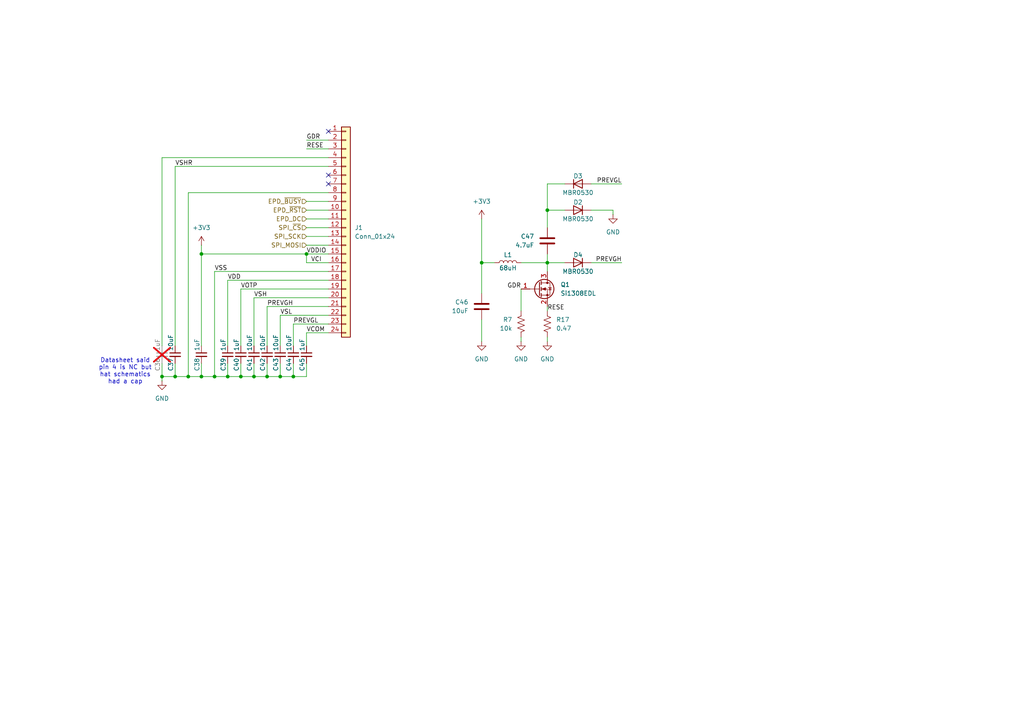
<source format=kicad_sch>
(kicad_sch (version 20231120) (generator "eeschema") (generator_version "8.0")
  (paper "A4")
  (title_block (title "E-Paper") (date "2024-11-21") (rev "2"))
  (lib_symbols
    (symbol "Connector_Generic:Conn_01x24" (pin_names (offset 1.016) hide)
      (property "Reference" "J" (at 0 30.48 0))
      (property "Value" "Conn_01x24" (at 0 -33.02 0))
      (symbol "Conn_01x24_1_1"
        (rectangle (start -1.27 -30.353) (end 0 -30.607) (stroke (width 0.1524)))
        (rectangle (start -1.27 -27.813) (end 0 -28.067) (stroke (width 0.1524)))
        (rectangle (start -1.27 -25.273) (end 0 -25.527) (stroke (width 0.1524)))
        (rectangle (start -1.27 -22.733) (end 0 -22.987) (stroke (width 0.1524)))
        (rectangle (start -1.27 -20.193) (end 0 -20.447) (stroke (width 0.1524)))
        (rectangle (start -1.27 -17.653) (end 0 -17.907) (stroke (width 0.1524)))
        (rectangle (start -1.27 -15.113) (end 0 -15.367) (stroke (width 0.1524)))
        (rectangle (start -1.27 -12.573) (end 0 -12.827) (stroke (width 0.1524)))
        (rectangle (start -1.27 -10.033) (end 0 -10.287) (stroke (width 0.1524)))
        (rectangle (start -1.27 -7.493) (end 0 -7.747) (stroke (width 0.1524)))
        (rectangle (start -1.27 -4.953) (end 0 -5.207) (stroke (width 0.1524)))
        (rectangle (start -1.27 -2.413) (end 0 -2.667) (stroke (width 0.1524)))
        (rectangle (start -1.27 0.127) (end 0 -0.127) (stroke (width 0.1524)))
        (rectangle (start -1.27 2.667) (end 0 2.413) (stroke (width 0.1524)))
        (rectangle (start -1.27 5.207) (end 0 4.953) (stroke (width 0.1524)))
        (rectangle (start -1.27 7.747) (end 0 7.493) (stroke (width 0.1524)))
        (rectangle (start -1.27 10.287) (end 0 10.033) (stroke (width 0.1524)))
        (rectangle (start -1.27 12.827) (end 0 12.573) (stroke (width 0.1524)))
        (rectangle (start -1.27 15.367) (end 0 15.113) (stroke (width 0.1524)))
        (rectangle (start -1.27 17.907) (end 0 17.653) (stroke (width 0.1524)))
        (rectangle (start -1.27 20.447) (end 0 20.193) (stroke (width 0.1524)))
        (rectangle (start -1.27 22.987) (end 0 22.733) (stroke (width 0.1524)))
        (rectangle (start -1.27 25.527) (end 0 25.273) (stroke (width 0.1524)))
        (rectangle (start -1.27 28.067) (end 0 27.813) (stroke (width 0.1524)))
        (rectangle (start -1.27 29.21) (end 1.27 -31.75) (stroke (width 0.254)) (fill (type background)))
        (pin passive line (at -5.08 27.94 0) (length 3.81) (name "Pin_1") (number "1"))
        (pin passive line (at -5.08 5.08 0) (length 3.81) (name "Pin_10") (number "10"))
        (pin passive line (at -5.08 2.54 0) (length 3.81) (name "Pin_11") (number "11"))
        (pin passive line (at -5.08 0 0) (length 3.81) (name "Pin_12") (number "12"))
        (pin passive line (at -5.08 -2.54 0) (length 3.81) (name "Pin_13") (number "13"))
        (pin passive line (at -5.08 -5.08 0) (length 3.81) (name "Pin_14") (number "14"))
        (pin passive line (at -5.08 -7.62 0) (length 3.81) (name "Pin_15") (number "15"))
        (pin passive line (at -5.08 -10.16 0) (length 3.81) (name "Pin_16") (number "16"))
        (pin passive line (at -5.08 -12.7 0) (length 3.81) (name "Pin_17") (number "17"))
        (pin passive line (at -5.08 -15.24 0) (length 3.81) (name "Pin_18") (number "18"))
        (pin passive line (at -5.08 -17.78 0) (length 3.81) (name "Pin_19") (number "19"))
        (pin passive line (at -5.08 25.4 0) (length 3.81) (name "Pin_2") (number "2"))
        (pin passive line (at -5.08 -20.32 0) (length 3.81) (name "Pin_20") (number "20"))
        (pin passive line (at -5.08 -22.86 0) (length 3.81) (name "Pin_21") (number "21"))
        (pin passive line (at -5.08 -25.4 0) (length 3.81) (name "Pin_22") (number "22"))
        (pin passive line (at -5.08 -27.94 0) (length 3.81) (name "Pin_23") (number "23"))
        (pin passive line (at -5.08 -30.48 0) (length 3.81) (name "Pin_24") (number "24"))
        (pin passive line (at -5.08 22.86 0) (length 3.81) (name "Pin_3") (number "3"))
        (pin passive line (at -5.08 20.32 0) (length 3.81) (name "Pin_4") (number "4"))
        (pin passive line (at -5.08 17.78 0) (length 3.81) (name "Pin_5") (number "5"))
        (pin passive line (at -5.08 15.24 0) (length 3.81) (name "Pin_6") (number "6"))
        (pin passive line (at -5.08 12.7 0) (length 3.81) (name "Pin_7") (number "7"))
        (pin passive line (at -5.08 10.16 0) (length 3.81) (name "Pin_8") (number "8"))
        (pin passive line (at -5.08 7.62 0) (length 3.81) (name "Pin_9") (number "9"))
      )
    )
    (symbol "Device:C" (pin_numbers hide) (pin_names (offset 0.254))
      (property "Reference" "C" (at 0.635 2.54 0))
      (property "Value" "C" (at 0.635 -2.54 0))
      (symbol "C_0_1"
        (polyline (pts (xy -2.032 -0.762) (xy 2.032 -0.762)) (stroke (width 0.508)))
        (polyline (pts (xy -2.032 0.762) (xy 2.032 0.762)) (stroke (width 0.508)))
      )
      (symbol "C_1_1"
        (pin passive line (at 0 3.81 270) (length 2.794) (name "~") (number "1"))
        (pin passive line (at 0 -3.81 90) (length 2.794) (name "~") (number "2"))
      )
    )
    (symbol "Device:C_Small" (pin_numbers hide) (pin_names (offset 0.254) hide)
      (property "Reference" "C" (at 0.254 1.778 0))
      (property "Value" "C_Small" (at 0.254 -2.032 0))
      (symbol "C_Small_0_1"
        (polyline (pts (xy -1.524 -0.508) (xy 1.524 -0.508)) (stroke (width 0.3302)))
        (polyline (pts (xy -1.524 0.508) (xy 1.524 0.508)) (stroke (width 0.3048)))
      )
      (symbol "C_Small_1_1"
        (pin passive line (at 0 2.54 270) (length 2.032) (name "~") (number "1"))
        (pin passive line (at 0 -2.54 90) (length 2.032) (name "~") (number "2"))
      )
    )
    (symbol "Device:D" (pin_numbers hide) (pin_names (offset 1.016) hide)
      (property "Reference" "D" (at 0 2.54 0))
      (property "Value" "D" (at 0 -2.54 0))
      (symbol "D_0_1"
        (polyline (pts (xy -1.27 1.27) (xy -1.27 -1.27)) (stroke (width 0.254)))
        (polyline (pts (xy 1.27 0) (xy -1.27 0)))
        (polyline (pts (xy 1.27 1.27) (xy 1.27 -1.27) (xy -1.27 0) (xy 1.27 1.27)) (stroke (width 0.254)))
      )
      (symbol "D_1_1"
        (pin passive line (at -3.81 0 0) (length 2.54) (name "K") (number "1"))
        (pin passive line (at 3.81 0 180) (length 2.54) (name "A") (number "2"))
      )
    )
    (symbol "Device:L" (pin_numbers hide) (pin_names (offset 1.016) hide)
      (property "Reference" "L" (at -1.27 0 90))
      (property "Value" "L" (at 1.905 0 90))
      (symbol "L_0_1"
        (arc (start 0 -2.54) (mid 0.6323 -1.905) (end 0 -1.27))
        (arc (start 0 -1.27) (mid 0.6323 -0.635) (end 0 0))
        (arc (start 0 0) (mid 0.6323 0.635) (end 0 1.27))
        (arc (start 0 1.27) (mid 0.6323 1.905) (end 0 2.54))
      )
      (symbol "L_1_1"
        (pin passive line (at 0 3.81 270) (length 1.27) (name "1") (number "1"))
        (pin passive line (at 0 -3.81 90) (length 1.27) (name "2") (number "2"))
      )
    )
    (symbol "Device:R_US" (pin_numbers hide) (pin_names (offset 0))
      (property "Reference" "R" (at 2.54 0 90))
      (property "Value" "R_US" (at -2.54 0 90))
      (symbol "R_US_0_1"
        (polyline (pts (xy 0 -2.286) (xy 0 -2.54)))
        (polyline (pts (xy 0 2.286) (xy 0 2.54)))
        (polyline (pts (xy 0 -0.762) (xy 1.016 -1.143) (xy 0 -1.524) (xy -1.016 -1.905) (xy 0 -2.286)))
        (polyline (pts (xy 0 0.762) (xy 1.016 0.381) (xy 0 0) (xy -1.016 -0.381) (xy 0 -0.762)))
        (polyline (pts (xy 0 2.286) (xy 1.016 1.905) (xy 0 1.524) (xy -1.016 1.143) (xy 0 0.762)))
      )
      (symbol "R_US_1_1"
        (pin passive line (at 0 3.81 270) (length 1.27) (name "~") (number "1"))
        (pin passive line (at 0 -3.81 90) (length 1.27) (name "~") (number "2"))
      )
    )
    (symbol "Transistor_FET:Si1308EDL" (pin_names hide)
      (property "Reference" "Q" (at 5.08 1.905 0))
      (property "Value" "Si1308EDL" (at 5.08 0 0))
      (symbol "Si1308EDL_0_1"
        (polyline (pts (xy 0.254 0) (xy -2.54 0)))
        (polyline (pts (xy 0.254 1.905) (xy 0.254 -1.905)) (stroke (width 0.254)))
        (polyline (pts (xy 0.762 -1.27) (xy 0.762 -2.286)) (stroke (width 0.254)))
        (polyline (pts (xy 0.762 0.508) (xy 0.762 -0.508)) (stroke (width 0.254)))
        (polyline (pts (xy 0.762 2.286) (xy 0.762 1.27)) (stroke (width 0.254)))
        (polyline (pts (xy 2.54 2.54) (xy 2.54 1.778)))
        (polyline (pts (xy 2.54 -2.54) (xy 2.54 0) (xy 0.762 0)))
        (polyline (pts (xy 0.762 -1.778) (xy 3.302 -1.778) (xy 3.302 1.778) (xy 0.762 1.778)))
        (polyline (pts (xy 1.016 0) (xy 2.032 0.381) (xy 2.032 -0.381) (xy 1.016 0)) (fill (type outline)))
        (polyline (pts (xy 2.794 0.508) (xy 2.921 0.381) (xy 3.683 0.381) (xy 3.81 0.254)))
        (polyline (pts (xy 3.302 0.381) (xy 2.921 -0.254) (xy 3.683 -0.254) (xy 3.302 0.381)))
        (circle (center 1.651 0) (radius 2.794) (stroke (width 0.254)))
        (circle (center 2.54 -1.778) (radius 0.254) (fill (type outline)))
        (circle (center 2.54 1.778) (radius 0.254) (fill (type outline)))
      )
      (symbol "Si1308EDL_1_1"
        (pin input line (at -5.08 0 0) (length 2.54) (name "G") (number "1"))
        (pin passive line (at 2.54 -5.08 90) (length 2.54) (name "S") (number "2"))
        (pin passive line (at 2.54 5.08 270) (length 2.54) (name "D") (number "3"))
      )
    )
    (symbol "power:+3V3" (power) (pin_numbers hide) (pin_names (offset 0) hide)
      (property "Value" "+3V3" (at 0 3.556 0))
      (symbol "+3V3_0_1"
        (polyline (pts (xy -0.762 1.27) (xy 0 2.54)))
        (polyline (pts (xy 0 0) (xy 0 2.54)))
        (polyline (pts (xy 0 2.54) (xy 0.762 1.27)))
      )
      (symbol "+3V3_1_1"
        (pin power_in line (at 0 0 90) (length 0) (name "~") (number "1"))
      )
    )
    (symbol "power:GND" (power) (pin_numbers hide) (pin_names (offset 0) hide)
      (property "Value" "GND" (at 0 -3.81 0))
      (symbol "GND_0_1"
        (polyline (pts (xy 0 0) (xy 0 -1.27) (xy 1.27 -1.27) (xy 0 -2.54) (xy -1.27 -1.27) (xy 0 -1.27)))
      )
      (symbol "GND_1_1"
        (pin power_in line (at 0 0 270) (length 0) (name "~") (number "1"))
      )
    )
  )
  (junction (at 139.7 76.2))
  (junction (at 58.42 73.66))
  (junction (at 85.09 109.22))
  (junction (at 158.75 76.2))
  (junction (at 50.8 109.22))
  (junction (at 54.61 109.22))
  (junction (at 58.42 109.22))
  (junction (at 88.9 73.66))
  (junction (at 62.23 109.22))
  (junction (at 69.85 109.22))
  (junction (at 81.28 109.22))
  (junction (at 46.99 109.22))
  (junction (at 158.75 60.96))
  (junction (at 73.66 109.22))
  (junction (at 77.47 109.22))
  (junction (at 66.04 109.22))
  (no_connect (at 95.25 53.34))
  (no_connect (at 95.25 38.1))
  (no_connect (at 95.25 50.8))
  (wire (pts (xy 73.66 86.36) (xy 95.25 86.36)))
  (wire (pts (xy 158.75 76.2) (xy 163.83 76.2)))
  (wire (pts (xy 158.75 76.2) (xy 158.75 78.74)))
  (wire (pts (xy 95.25 48.26) (xy 50.8 48.26)))
  (wire (pts (xy 88.9 43.18) (xy 95.25 43.18)))
  (wire (pts (xy 88.9 60.96) (xy 95.25 60.96)))
  (wire (pts (xy 88.9 58.42) (xy 95.25 58.42)))
  (wire (pts (xy 81.28 105.41) (xy 81.28 109.22)))
  (wire (pts (xy 85.09 105.41) (xy 85.09 109.22)))
  (wire (pts (xy 69.85 105.41) (xy 69.85 109.22)))
  (wire (pts (xy 66.04 81.28) (xy 95.25 81.28)))
  (wire (pts (xy 62.23 78.74) (xy 62.23 109.22)))
  (wire (pts (xy 54.61 109.22) (xy 58.42 109.22)))
  (wire (pts (xy 151.13 97.79) (xy 151.13 99.06)))
  (wire (pts (xy 163.83 60.96) (xy 158.75 60.96)))
  (wire (pts (xy 151.13 76.2) (xy 158.75 76.2)))
  (wire (pts (xy 73.66 100.33) (xy 73.66 86.36)))
  (wire (pts (xy 77.47 88.9) (xy 95.25 88.9)))
  (wire (pts (xy 69.85 83.82) (xy 69.85 100.33)))
  (wire (pts (xy 158.75 73.66) (xy 158.75 76.2)))
  (wire (pts (xy 46.99 100.33) (xy 46.99 45.72)))
  (wire (pts (xy 58.42 71.12) (xy 58.42 73.66)))
  (wire (pts (xy 139.7 63.5) (xy 139.7 76.2)))
  (wire (pts (xy 46.99 109.22) (xy 50.8 109.22)))
  (wire (pts (xy 46.99 105.41) (xy 46.99 109.22)))
  (wire (pts (xy 73.66 109.22) (xy 77.47 109.22)))
  (wire (pts (xy 81.28 109.22) (xy 85.09 109.22)))
  (wire (pts (xy 88.9 71.12) (xy 95.25 71.12)))
  (wire (pts (xy 50.8 48.26) (xy 50.8 100.33)))
  (wire (pts (xy 81.28 91.44) (xy 95.25 91.44)))
  (wire (pts (xy 88.9 40.64) (xy 95.25 40.64)))
  (wire (pts (xy 88.9 68.58) (xy 95.25 68.58)))
  (wire (pts (xy 77.47 88.9) (xy 77.47 100.33)))
  (wire (pts (xy 88.9 76.2) (xy 88.9 73.66)))
  (wire (pts (xy 85.09 93.98) (xy 95.25 93.98)))
  (wire (pts (xy 50.8 109.22) (xy 54.61 109.22)))
  (wire (pts (xy 66.04 105.41) (xy 66.04 109.22)))
  (wire (pts (xy 66.04 109.22) (xy 69.85 109.22)))
  (wire (pts (xy 81.28 91.44) (xy 81.28 100.33)))
  (wire (pts (xy 54.61 55.88) (xy 95.25 55.88)))
  (wire (pts (xy 88.9 73.66) (xy 95.25 73.66)))
  (wire (pts (xy 139.7 92.71) (xy 139.7 99.06)))
  (wire (pts (xy 158.75 53.34) (xy 158.75 60.96)))
  (wire (pts (xy 77.47 109.22) (xy 81.28 109.22)))
  (wire (pts (xy 77.47 105.41) (xy 77.47 109.22)))
  (wire (pts (xy 73.66 105.41) (xy 73.66 109.22)))
  (wire (pts (xy 85.09 93.98) (xy 85.09 100.33)))
  (wire (pts (xy 158.75 60.96) (xy 158.75 66.04)))
  (wire (pts (xy 139.7 76.2) (xy 139.7 85.09)))
  (wire (pts (xy 69.85 83.82) (xy 95.25 83.82)))
  (wire (pts (xy 58.42 73.66) (xy 58.42 100.33)))
  (wire (pts (xy 158.75 53.34) (xy 163.83 53.34)))
  (wire (pts (xy 177.8 60.96) (xy 177.8 62.23)))
  (wire (pts (xy 62.23 78.74) (xy 95.25 78.74)))
  (wire (pts (xy 151.13 83.82) (xy 151.13 90.17)))
  (wire (pts (xy 88.9 63.5) (xy 95.25 63.5)))
  (wire (pts (xy 50.8 105.41) (xy 50.8 109.22)))
  (wire (pts (xy 158.75 97.79) (xy 158.75 99.06)))
  (wire (pts (xy 66.04 100.33) (xy 66.04 81.28)))
  (wire (pts (xy 62.23 109.22) (xy 66.04 109.22)))
  (wire (pts (xy 171.45 53.34) (xy 180.34 53.34)))
  (wire (pts (xy 54.61 55.88) (xy 54.61 109.22)))
  (wire (pts (xy 139.7 76.2) (xy 143.51 76.2)))
  (wire (pts (xy 171.45 76.2) (xy 180.34 76.2)))
  (wire (pts (xy 69.85 109.22) (xy 73.66 109.22)))
  (wire (pts (xy 58.42 73.66) (xy 88.9 73.66)))
  (wire (pts (xy 85.09 109.22) (xy 88.9 109.22)))
  (wire (pts (xy 158.75 88.9) (xy 158.75 90.17)))
  (wire (pts (xy 46.99 45.72) (xy 95.25 45.72)))
  (wire (pts (xy 88.9 105.41) (xy 88.9 109.22)))
  (wire (pts (xy 58.42 109.22) (xy 62.23 109.22)))
  (wire (pts (xy 88.9 66.04) (xy 95.25 66.04)))
  (wire (pts (xy 171.45 60.96) (xy 177.8 60.96)))
  (wire (pts (xy 88.9 96.52) (xy 88.9 100.33)))
  (wire (pts (xy 58.42 105.41) (xy 58.42 109.22)))
  (wire (pts (xy 95.25 76.2) (xy 88.9 76.2)))
  (wire (pts (xy 46.99 109.22) (xy 46.99 110.49)))
  (wire (pts (xy 88.9 96.52) (xy 95.25 96.52)))
  (text "Datasheet said\npin 4 is NC but\nhat schematics\nhad a cap" (at 36.322 107.696 0) (effects (font (size 1.27 1.27))))
  (label "VSS" (at 62.23 78.74 0))
  (label "PREVGH" (at 77.47 88.9 0))
  (label "PREVGL" (at 85.09 93.98 0))
  (label "VDDIO" (at 88.9 73.66 0))
  (label "VSH" (at 73.66 86.36 0))
  (label "VDD" (at 66.04 81.28 0))
  (label "PREVGH" (at 180.34 76.2 180))
  (label "VSL" (at 81.28 91.44 0))
  (label "RESE" (at 88.9 43.18 0))
  (label "VCI" (at 90.17 76.2 0))
  (label "GDR" (at 151.13 83.82 180))
  (label "RESE" (at 158.75 90.17 0))
  (label "VOTP" (at 69.85 83.82 0))
  (label "GDR" (at 88.9 40.64 0))
  (label "VSHR" (at 50.8 48.26 0))
  (label "VCOM" (at 88.9 96.52 0))
  (label "PREVGL" (at 180.34 53.34 180))
  (hierarchical_label "SPI_SCK" (shape input) (at 88.9 68.58 180))
  (hierarchical_label "SPI_~{CS}" (shape input) (at 88.9 66.04 180))
  (hierarchical_label "EPD_DC" (shape input) (at 88.9 63.5 180))
  (hierarchical_label "SPI_MOSI" (shape input) (at 88.9 71.12 180))
  (hierarchical_label "EPD_~{RST}" (shape input) (at 88.9 60.96 180))
  (hierarchical_label "EPD_~{BUSY}" (shape input) (at 88.9 58.42 180))
  (symbol (lib_id "Device:L") (at 147.32 76.2 90) (unit 1)
    (property "Reference" "L1" (at 147.32 73.914 90))
    (property "Value" "68uH" (at 147.32 77.724 90))
    (property "Description" "Inductor" (effects (hide yes)))
  )
  (symbol (lib_id "Device:C_Small") (at 66.04 102.87 0) (mirror y) (unit 1)
    (property "Reference" "C39" (at 64.77 107.696 90) (effects (justify left)))
    (property "Value" "1uF" (at 64.77 101.854 90) (effects (justify left)))
    (property "Footprint" "Capacitor_SMD:C_0603_1608Metric" (effects (hide yes)))
    (property "Description" "Unpolarized capacitor, small symbol" (effects (hide yes)))
  )
  (symbol (lib_id "Device:C_Small") (at 85.09 102.87 0) (mirror y) (unit 1)
    (property "Reference" "C44" (at 83.82 107.696 90) (effects (justify left)))
    (property "Value" "10uF" (at 83.82 101.854 90) (effects (justify left)))
    (property "Footprint" "Capacitor_SMD:C_0603_1608Metric" (effects (hide yes)))
    (property "Description" "Unpolarized capacitor, small symbol" (effects (hide yes)))
  )
  (symbol (lib_id "Device:R_US") (at 158.75 93.98 0) (unit 1)
    (property "Reference" "R17" (at 161.29 92.7099 0) (effects (justify left)))
    (property "Value" "0.47" (at 161.29 95.2499 0) (effects (justify left)))
    (property "Footprint" "Resistor_SMD:R_0603_1608Metric" (effects (hide yes)))
    (property "Description" "Resistor, US symbol" (effects (hide yes)))
  )
  (symbol (lib_id "Device:C_Small") (at 81.28 102.87 0) (mirror y) (unit 1)
    (property "Reference" "C43" (at 80.01 107.696 90) (effects (justify left)))
    (property "Value" "10uF" (at 80.01 101.854 90) (effects (justify left)))
    (property "Footprint" "Capacitor_SMD:C_0603_1608Metric" (effects (hide yes)))
    (property "Description" "Unpolarized capacitor, small symbol" (effects (hide yes)))
  )
  (symbol (lib_id "power:GND") (at 151.13 99.06 0) (unit 1)
    (property "Reference" "#PWR058" (effects (hide yes)))
    (property "Value" "GND" (at 151.13 104.14 0))
    (property "Description" "Power symbol creates a global label with name \"GND\" , ground" (effects (hide yes)))
  )
  (symbol (lib_id "power:+3V3") (at 58.42 71.12 0) (unit 1)
    (property "Reference" "#PWR025" (effects (hide yes)))
    (property "Value" "+3V3" (at 58.42 66.04 0))
    (property "Description" "Power symbol creates a global label with name \"+3V3\"" (effects (hide yes)))
  )
  (symbol (lib_id "Device:D") (at 167.64 76.2 0) (mirror y) (unit 1)
    (property "Reference" "D4" (at 167.64 73.914 0))
    (property "Value" "MBR0530" (at 167.64 78.74 0))
    (property "Footprint" "Diode_SMD:D_SOD-123" (effects (hide yes)))
    (property "Description" "Diode" (effects (hide yes)))
    (property "Sim.Device" "D" (effects (hide yes)))
    (property "Sim.Pins" "1=K 2=A" (effects (hide yes)))
  )
  (symbol (lib_id "Device:C") (at 139.7 88.9 0) (mirror y) (unit 1)
    (property "Reference" "C46" (at 135.89 87.6299 0) (effects (justify left)))
    (property "Value" "10uF" (at 135.89 90.1699 0) (effects (justify left)))
    (property "Footprint" "Capacitor_SMD:C_0603_1608Metric" (effects (hide yes)))
    (property "Description" "Unpolarized capacitor" (effects (hide yes)))
  )
  (symbol (lib_id "Device:D") (at 167.64 53.34 0) (unit 1)
    (property "Reference" "D3" (at 167.64 51.054 0))
    (property "Value" "MBR0530" (at 167.64 55.88 0))
    (property "Footprint" "Diode_SMD:D_SOD-123" (effects (hide yes)))
    (property "Description" "Diode" (effects (hide yes)))
    (property "Sim.Device" "D" (effects (hide yes)))
    (property "Sim.Pins" "1=K 2=A" (effects (hide yes)))
  )
  (symbol (lib_id "Device:C") (at 158.75 69.85 0) (mirror y) (unit 1)
    (property "Reference" "C47" (at 154.94 68.5799 0) (effects (justify left)))
    (property "Value" "4.7uF" (at 154.94 71.1199 0) (effects (justify left)))
    (property "Footprint" "Capacitor_SMD:C_0603_1608Metric" (effects (hide yes)))
    (property "Description" "Unpolarized capacitor" (effects (hide yes)))
  )
  (symbol (lib_id "power:+3V3") (at 139.7 63.5 0) (unit 1)
    (property "Reference" "#PWR055" (effects (hide yes)))
    (property "Value" "+3V3" (at 139.7 58.42 0))
    (property "Description" "Power symbol creates a global label with name \"+3V3\"" (effects (hide yes)))
  )
  (symbol (lib_id "power:GND") (at 177.8 62.23 0) (unit 1)
    (property "Reference" "#PWR057" (effects (hide yes)))
    (property "Value" "GND" (at 177.8 67.31 0))
    (property "Description" "Power symbol creates a global label with name \"GND\" , ground" (effects (hide yes)))
  )
  (symbol (lib_id "power:GND") (at 158.75 99.06 0) (unit 1)
    (property "Reference" "#PWR059" (effects (hide yes)))
    (property "Value" "GND" (at 158.75 104.14 0))
    (property "Description" "Power symbol creates a global label with name \"GND\" , ground" (effects (hide yes)))
  )
  (symbol (lib_id "power:GND") (at 46.99 110.49 0) (unit 1)
    (property "Reference" "#PWR024" (effects (hide yes)))
    (property "Value" "GND" (at 46.99 115.57 0))
    (property "Description" "Power symbol creates a global label with name \"GND\" , ground" (effects (hide yes)))
  )
  (symbol (lib_id "power:GND") (at 139.7 99.06 0) (unit 1)
    (property "Reference" "#PWR056" (effects (hide yes)))
    (property "Value" "GND" (at 139.7 104.14 0))
    (property "Description" "Power symbol creates a global label with name \"GND\" , ground" (effects (hide yes)))
  )
  (symbol (lib_id "Device:C_Small") (at 77.47 102.87 0) (mirror y) (unit 1)
    (property "Reference" "C42" (at 76.2 107.696 90) (effects (justify left)))
    (property "Value" "10uF" (at 76.2 101.854 90) (effects (justify left)))
    (property "Footprint" "Capacitor_SMD:C_0603_1608Metric" (effects (hide yes)))
    (property "Description" "Unpolarized capacitor, small symbol" (effects (hide yes)))
  )
  (symbol (lib_id "Device:C_Small") (at 88.9 102.87 0) (mirror y) (unit 1)
    (property "Reference" "C45" (at 87.63 107.696 90) (effects (justify left)))
    (property "Value" "1uF" (at 87.63 101.854 90) (effects (justify left)))
    (property "Footprint" "Capacitor_SMD:C_0603_1608Metric" (effects (hide yes)))
    (property "Description" "Unpolarized capacitor, small symbol" (effects (hide yes)))
  )
  (symbol (lib_id "Device:C_Small") (at 58.42 102.87 0) (mirror y) (unit 1)
    (property "Reference" "C38" (at 57.15 107.696 90) (effects (justify left)))
    (property "Value" "1uF" (at 57.15 101.854 90) (effects (justify left)))
    (property "Footprint" "Capacitor_SMD:C_0603_1608Metric" (effects (hide yes)))
    (property "Description" "Unpolarized capacitor, small symbol" (effects (hide yes)))
  )
  (symbol (lib_id "Transistor_FET:Si1308EDL") (at 156.21 83.82 0) (unit 1)
    (property "Reference" "Q1" (at 162.56 82.5499 0) (effects (justify left)))
    (property "Value" "Si1308EDL" (at 162.56 85.0899 0) (effects (justify left)))
    (property "Footprint" "Package_TO_SOT_SMD:SOT-323_SC-70" (effects (hide yes)))
    (property "Datasheet" "https://www.vishay.com/docs/63399/si1308edl.pdf" (effects (hide yes)))
    (property "Description" "30V Vds, 1.4A Id, N-Channel MOSFET, SC-70" (effects (hide yes)))
  )
  (symbol (lib_id "Device:R_US") (at 151.13 93.98 0) (mirror y) (unit 1)
    (property "Reference" "R7" (at 148.59 92.7099 0) (effects (justify left)))
    (property "Value" "10k" (at 148.59 95.2499 0) (effects (justify left)))
    (property "Footprint" "Resistor_SMD:R_0603_1608Metric" (effects (hide yes)))
    (property "Description" "Resistor, US symbol" (effects (hide yes)))
  )
  (symbol (lib_id "Device:C_Small") (at 73.66 102.87 0) (mirror y) (unit 1)
    (property "Reference" "C41" (at 72.39 107.696 90) (effects (justify left)))
    (property "Value" "10uF" (at 72.39 101.854 90) (effects (justify left)))
    (property "Footprint" "Capacitor_SMD:C_0603_1608Metric" (effects (hide yes)))
    (property "Description" "Unpolarized capacitor, small symbol" (effects (hide yes)))
  )
  (symbol (lib_id "Connector_Generic:Conn_01x24") (at 100.33 66.04 0) (unit 1)
    (property "Reference" "J1" (at 102.87 66.0399 0) (effects (justify left)))
    (property "Value" "Conn_01x24" (at 102.87 68.5799 0) (effects (justify left)))
    (property "Description" "Generic connector, single row, 01x24, script generated (kicad-library-utils/schlib/autogen/connector/)" (effects (hide yes)))
  )
  (symbol (lib_id "Device:C_Small") (at 50.8 102.87 0) (mirror y) (unit 1)
    (property "Reference" "C37" (at 49.53 107.696 90) (effects (justify left)))
    (property "Value" "10uF" (at 49.53 101.854 90) (effects (justify left)))
    (property "Footprint" "Capacitor_SMD:C_0603_1608Metric" (effects (hide yes)))
    (property "Description" "Unpolarized capacitor, small symbol" (effects (hide yes)))
  )
  (symbol (lib_id "Device:C_Small") (at 46.99 102.87 0) (mirror y) (unit 1) (dnp yes)
    (property "Reference" "C36" (at 45.72 107.696 90) (effects (justify left)))
    (property "Value" "1uF" (at 45.72 101.854 90) (effects (justify left)))
    (property "Footprint" "Capacitor_SMD:C_0603_1608Metric" (effects (hide yes)))
    (property "Description" "Unpolarized capacitor, small symbol" (effects (hide yes)))
  )
  (symbol (lib_id "Device:D") (at 167.64 60.96 0) (mirror y) (unit 1)
    (property "Reference" "D2" (at 167.64 58.674 0))
    (property "Value" "MBR0530" (at 167.64 63.5 0))
    (property "Footprint" "Diode_SMD:D_SOD-123" (effects (hide yes)))
    (property "Description" "Diode" (effects (hide yes)))
    (property "Sim.Device" "D" (effects (hide yes)))
    (property "Sim.Pins" "1=K 2=A" (effects (hide yes)))
  )
  (symbol (lib_id "Device:C_Small") (at 69.85 102.87 0) (mirror y) (unit 1)
    (property "Reference" "C40" (at 68.58 107.696 90) (effects (justify left)))
    (property "Value" "1uF" (at 68.58 101.854 90) (effects (justify left)))
    (property "Footprint" "Capacitor_SMD:C_0603_1608Metric" (effects (hide yes)))
    (property "Description" "Unpolarized capacitor, small symbol" (effects (hide yes)))
  )
)
</source>
